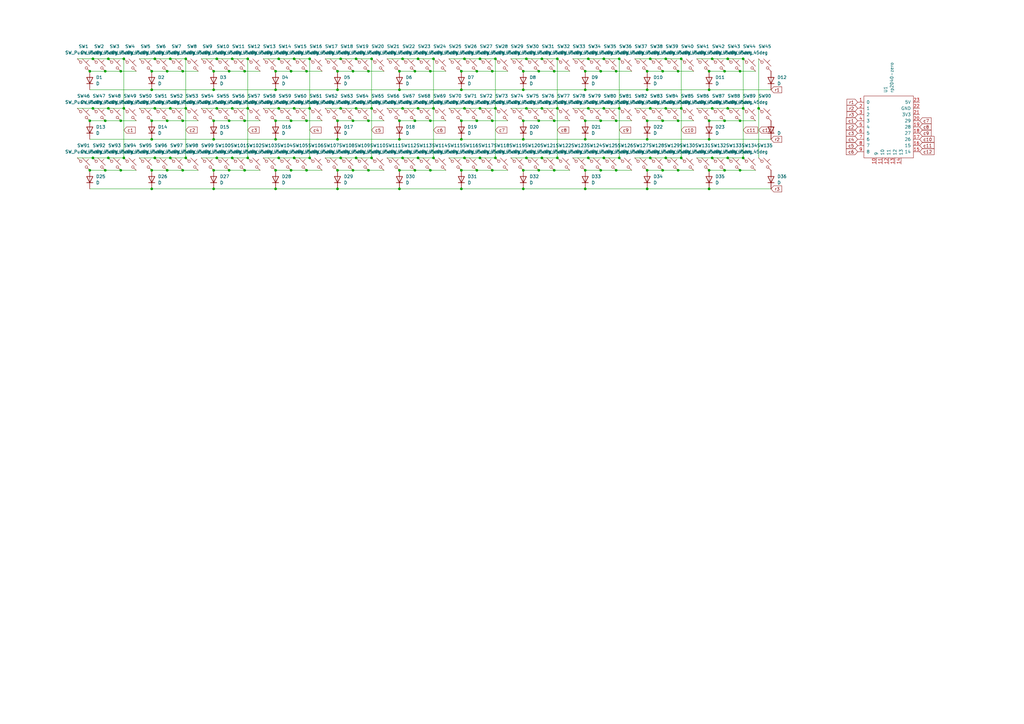
<source format=kicad_sch>
(kicad_sch (version 20230121) (generator eeschema)
  (paper "A3")
  (junction (at 62.23 57.15))
  (junction (at 101.6 24.13))
  (junction (at 266.7 64.77))
  (junction (at 113.03 69.85))
  (junction (at 163.83 77.47))
  (junction (at 227.33 49.53))
  (junction (at 152.4 44.45))
  (junction (at 163.83 29.21))
  (junction (at 62.23 77.47))
  (junction (at 62.23 36.83))
  (junction (at 101.6 44.45))
  (junction (at 203.2 64.77))
  (junction (at 170.18 29.21))
  (junction (at 303.53 69.85))
  (junction (at 63.5 44.45))
  (junction (at 36.83 69.85))
  (junction (at 151.13 69.85))
  (junction (at 290.83 36.83))
  (junction (at 304.8 44.45))
  (junction (at 113.03 57.15))
  (junction (at 76.2 24.13))
  (junction (at 95.25 24.13))
  (junction (at 127 64.77))
  (junction (at 297.18 29.21))
  (junction (at 273.05 64.77))
  (junction (at 151.13 49.53))
  (junction (at 120.65 64.77))
  (junction (at 120.65 24.13))
  (junction (at 69.85 44.45))
  (junction (at 220.98 29.21))
  (junction (at 266.7 24.13))
  (junction (at 163.83 36.83))
  (junction (at 113.03 29.21))
  (junction (at 49.53 69.85))
  (junction (at 240.03 57.15))
  (junction (at 165.1 44.45))
  (junction (at 254 24.13))
  (junction (at 252.73 29.21))
  (junction (at 62.23 49.53))
  (junction (at 252.73 69.85))
  (junction (at 69.85 64.77))
  (junction (at 227.33 69.85))
  (junction (at 247.65 44.45))
  (junction (at 240.03 29.21))
  (junction (at 50.8 24.13))
  (junction (at 215.9 64.77))
  (junction (at 303.53 29.21))
  (junction (at 273.05 24.13))
  (junction (at 138.43 57.15))
  (junction (at 266.7 44.45))
  (junction (at 152.4 24.13))
  (junction (at 279.4 64.77))
  (junction (at 50.8 44.45))
  (junction (at 196.85 24.13))
  (junction (at 247.65 64.77))
  (junction (at 163.83 69.85))
  (junction (at 43.18 29.21))
  (junction (at 240.03 49.53))
  (junction (at 290.83 57.15))
  (junction (at 227.33 29.21))
  (junction (at 189.23 36.83))
  (junction (at 214.63 77.47))
  (junction (at 201.93 29.21))
  (junction (at 228.6 24.13))
  (junction (at 176.53 69.85))
  (junction (at 265.43 69.85))
  (junction (at 241.3 44.45))
  (junction (at 189.23 77.47))
  (junction (at 146.05 64.77))
  (junction (at 311.15 44.45))
  (junction (at 88.9 24.13))
  (junction (at 297.18 69.85))
  (junction (at 201.93 49.53))
  (junction (at 125.73 49.53))
  (junction (at 125.73 29.21))
  (junction (at 271.78 29.21))
  (junction (at 88.9 64.77))
  (junction (at 62.23 29.21))
  (junction (at 74.93 69.85))
  (junction (at 138.43 36.83))
  (junction (at 278.13 49.53))
  (junction (at 214.63 57.15))
  (junction (at 68.58 69.85))
  (junction (at 189.23 29.21))
  (junction (at 120.65 44.45))
  (junction (at 38.1 24.13))
  (junction (at 146.05 24.13))
  (junction (at 165.1 24.13))
  (junction (at 214.63 29.21))
  (junction (at 292.1 64.77))
  (junction (at 87.63 69.85))
  (junction (at 144.78 29.21))
  (junction (at 138.43 49.53))
  (junction (at 93.98 29.21))
  (junction (at 74.93 49.53))
  (junction (at 100.33 49.53))
  (junction (at 113.03 49.53))
  (junction (at 278.13 69.85))
  (junction (at 163.83 57.15))
  (junction (at 93.98 49.53))
  (junction (at 195.58 29.21))
  (junction (at 298.45 64.77))
  (junction (at 190.5 44.45))
  (junction (at 138.43 69.85))
  (junction (at 220.98 49.53))
  (junction (at 247.65 24.13))
  (junction (at 189.23 49.53))
  (junction (at 76.2 64.77))
  (junction (at 279.4 44.45))
  (junction (at 222.25 44.45))
  (junction (at 139.7 64.77))
  (junction (at 290.83 69.85))
  (junction (at 44.45 64.77))
  (junction (at 241.3 24.13))
  (junction (at 127 44.45))
  (junction (at 252.73 49.53))
  (junction (at 189.23 69.85))
  (junction (at 240.03 77.47))
  (junction (at 246.38 49.53))
  (junction (at 100.33 29.21))
  (junction (at 190.5 64.77))
  (junction (at 146.05 44.45))
  (junction (at 127 24.13))
  (junction (at 76.2 44.45))
  (junction (at 177.8 64.77))
  (junction (at 101.6 64.77))
  (junction (at 87.63 29.21))
  (junction (at 214.63 49.53))
  (junction (at 228.6 64.77))
  (junction (at 95.25 44.45))
  (junction (at 240.03 69.85))
  (junction (at 36.83 29.21))
  (junction (at 176.53 29.21))
  (junction (at 100.33 69.85))
  (junction (at 138.43 29.21))
  (junction (at 50.8 64.77))
  (junction (at 114.3 44.45))
  (junction (at 303.53 49.53))
  (junction (at 139.7 44.45))
  (junction (at 151.13 29.21))
  (junction (at 87.63 49.53))
  (junction (at 222.25 24.13))
  (junction (at 240.03 36.83))
  (junction (at 165.1 64.77))
  (junction (at 304.8 64.77))
  (junction (at 203.2 44.45))
  (junction (at 279.4 24.13))
  (junction (at 254 64.77))
  (junction (at 119.38 69.85))
  (junction (at 290.83 77.47))
  (junction (at 189.23 57.15))
  (junction (at 304.8 24.13))
  (junction (at 63.5 64.77))
  (junction (at 265.43 77.47))
  (junction (at 196.85 44.45))
  (junction (at 87.63 77.47))
  (junction (at 138.43 77.47))
  (junction (at 68.58 29.21))
  (junction (at 144.78 69.85))
  (junction (at 228.6 44.45))
  (junction (at 190.5 24.13))
  (junction (at 38.1 64.77))
  (junction (at 271.78 49.53))
  (junction (at 49.53 29.21))
  (junction (at 144.78 49.53))
  (junction (at 298.45 24.13))
  (junction (at 119.38 29.21))
  (junction (at 222.25 64.77))
  (junction (at 114.3 24.13))
  (junction (at 195.58 49.53))
  (junction (at 38.1 44.45))
  (junction (at 290.83 29.21))
  (junction (at 163.83 49.53))
  (junction (at 93.98 69.85))
  (junction (at 44.45 24.13))
  (junction (at 265.43 49.53))
  (junction (at 125.73 69.85))
  (junction (at 43.18 69.85))
  (junction (at 273.05 44.45))
  (junction (at 271.78 69.85))
  (junction (at 63.5 24.13))
  (junction (at 95.25 64.77))
  (junction (at 170.18 49.53))
  (junction (at 44.45 44.45))
  (junction (at 297.18 49.53))
  (junction (at 74.93 29.21))
  (junction (at 62.23 69.85))
  (junction (at 177.8 24.13))
  (junction (at 254 44.45))
  (junction (at 292.1 44.45))
  (junction (at 113.03 77.47))
  (junction (at 201.93 69.85))
  (junction (at 113.03 36.83))
  (junction (at 203.2 24.13))
  (junction (at 265.43 57.15))
  (junction (at 246.38 69.85))
  (junction (at 215.9 24.13))
  (junction (at 215.9 44.45))
  (junction (at 177.8 44.45))
  (junction (at 171.45 24.13))
  (junction (at 220.98 69.85))
  (junction (at 195.58 69.85))
  (junction (at 298.45 44.45))
  (junction (at 170.18 69.85))
  (junction (at 241.3 64.77))
  (junction (at 87.63 57.15))
  (junction (at 36.83 49.53))
  (junction (at 114.3 64.77))
  (junction (at 292.1 24.13))
  (junction (at 43.18 49.53))
  (junction (at 139.7 24.13))
  (junction (at 214.63 36.83))
  (junction (at 196.85 64.77))
  (junction (at 152.4 64.77))
  (junction (at 290.83 49.53))
  (junction (at 278.13 29.21))
  (junction (at 87.63 36.83))
  (junction (at 171.45 44.45))
  (junction (at 265.43 29.21))
  (junction (at 88.9 44.45))
  (junction (at 246.38 29.21))
  (junction (at 49.53 49.53))
  (junction (at 69.85 24.13))
  (junction (at 265.43 36.83))
  (junction (at 171.45 64.77))
  (junction (at 68.58 49.53))
  (junction (at 119.38 49.53))
  (junction (at 214.63 69.85))
  (junction (at 176.53 49.53))
  (wire (pts (xy 214.63 29.21) (xy 220.98 29.21)))
  (wire (pts (xy 241.3 24.13) (xy 247.65 24.13)))
  (wire (pts (xy 163.83 29.21) (xy 170.18 29.21)))
  (wire (pts (xy 114.3 64.77) (xy 120.65 64.77)))
  (wire (pts (xy 189.23 77.47) (xy 214.63 77.47)))
  (wire (pts (xy 311.15 24.13) (xy 311.15 44.45)))
  (wire (pts (xy 43.18 49.53) (xy 49.53 49.53)))
  (wire (pts (xy 303.53 49.53) (xy 309.88 49.53)))
  (wire (pts (xy 265.43 36.83) (xy 290.83 36.83)))
  (wire (pts (xy 100.33 49.53) (xy 106.68 49.53)))
  (wire (pts (xy 127 24.13) (xy 127 44.45)))
  (wire (pts (xy 228.6 44.45) (xy 228.6 64.77)))
  (wire (pts (xy 273.05 24.13) (xy 279.4 24.13)))
  (wire (pts (xy 222.25 24.13) (xy 228.6 24.13)))
  (wire (pts (xy 139.7 64.77) (xy 146.05 64.77)))
  (wire (pts (xy 93.98 49.53) (xy 100.33 49.53)))
  (wire (pts (xy 93.98 29.21) (xy 100.33 29.21)))
  (wire (pts (xy 222.25 64.77) (xy 228.6 64.77)))
  (wire (pts (xy 311.15 44.45) (xy 311.15 64.77)))
  (wire (pts (xy 49.53 29.21) (xy 55.88 29.21)))
  (wire (pts (xy 222.25 44.45) (xy 228.6 44.45)))
  (wire (pts (xy 43.18 69.85) (xy 49.53 69.85)))
  (wire (pts (xy 138.43 49.53) (xy 144.78 49.53)))
  (wire (pts (xy 260.35 44.45) (xy 266.7 44.45)))
  (wire (pts (xy 246.38 29.21) (xy 252.73 29.21)))
  (wire (pts (xy 190.5 24.13) (xy 196.85 24.13)))
  (wire (pts (xy 152.4 44.45) (xy 152.4 64.77)))
  (wire (pts (xy 252.73 29.21) (xy 259.08 29.21)))
  (wire (pts (xy 88.9 24.13) (xy 95.25 24.13)))
  (wire (pts (xy 62.23 69.85) (xy 68.58 69.85)))
  (wire (pts (xy 125.73 49.53) (xy 132.08 49.53)))
  (wire (pts (xy 63.5 64.77) (xy 69.85 64.77)))
  (wire (pts (xy 87.63 29.21) (xy 93.98 29.21)))
  (wire (pts (xy 151.13 69.85) (xy 157.48 69.85)))
  (wire (pts (xy 151.13 49.53) (xy 157.48 49.53)))
  (wire (pts (xy 260.35 24.13) (xy 266.7 24.13)))
  (wire (pts (xy 101.6 24.13) (xy 101.6 44.45)))
  (wire (pts (xy 209.55 44.45) (xy 215.9 44.45)))
  (wire (pts (xy 170.18 69.85) (xy 176.53 69.85)))
  (wire (pts (xy 271.78 69.85) (xy 278.13 69.85)))
  (wire (pts (xy 100.33 69.85) (xy 106.68 69.85)))
  (wire (pts (xy 146.05 44.45) (xy 152.4 44.45)))
  (wire (pts (xy 279.4 44.45) (xy 279.4 64.77)))
  (wire (pts (xy 303.53 29.21) (xy 309.88 29.21)))
  (wire (pts (xy 146.05 24.13) (xy 152.4 24.13)))
  (wire (pts (xy 297.18 29.21) (xy 303.53 29.21)))
  (wire (pts (xy 95.25 44.45) (xy 101.6 44.45)))
  (wire (pts (xy 203.2 44.45) (xy 203.2 64.77)))
  (wire (pts (xy 290.83 36.83) (xy 316.23 36.83)))
  (wire (pts (xy 228.6 24.13) (xy 228.6 44.45)))
  (wire (pts (xy 163.83 49.53) (xy 170.18 49.53)))
  (wire (pts (xy 184.15 64.77) (xy 190.5 64.77)))
  (wire (pts (xy 158.75 24.13) (xy 165.1 24.13)))
  (wire (pts (xy 62.23 49.53) (xy 68.58 49.53)))
  (wire (pts (xy 163.83 77.47) (xy 189.23 77.47)))
  (wire (pts (xy 279.4 24.13) (xy 279.4 44.45)))
  (wire (pts (xy 88.9 44.45) (xy 95.25 44.45)))
  (wire (pts (xy 138.43 69.85) (xy 144.78 69.85)))
  (wire (pts (xy 290.83 29.21) (xy 297.18 29.21)))
  (wire (pts (xy 95.25 64.77) (xy 101.6 64.77)))
  (wire (pts (xy 49.53 69.85) (xy 55.88 69.85)))
  (wire (pts (xy 31.75 44.45) (xy 38.1 44.45)))
  (wire (pts (xy 87.63 69.85) (xy 93.98 69.85)))
  (wire (pts (xy 125.73 69.85) (xy 132.08 69.85)))
  (wire (pts (xy 234.95 44.45) (xy 241.3 44.45)))
  (wire (pts (xy 189.23 49.53) (xy 195.58 49.53)))
  (wire (pts (xy 165.1 24.13) (xy 171.45 24.13)))
  (wire (pts (xy 38.1 44.45) (xy 44.45 44.45)))
  (wire (pts (xy 297.18 69.85) (xy 303.53 69.85)))
  (wire (pts (xy 144.78 49.53) (xy 151.13 49.53)))
  (wire (pts (xy 171.45 24.13) (xy 177.8 24.13)))
  (wire (pts (xy 195.58 29.21) (xy 201.93 29.21)))
  (wire (pts (xy 254 44.45) (xy 254 64.77)))
  (wire (pts (xy 36.83 57.15) (xy 62.23 57.15)))
  (wire (pts (xy 292.1 44.45) (xy 298.45 44.45)))
  (wire (pts (xy 234.95 24.13) (xy 241.3 24.13)))
  (wire (pts (xy 82.55 44.45) (xy 88.9 44.45)))
  (wire (pts (xy 271.78 29.21) (xy 278.13 29.21)))
  (wire (pts (xy 170.18 49.53) (xy 176.53 49.53)))
  (wire (pts (xy 138.43 29.21) (xy 144.78 29.21)))
  (wire (pts (xy 152.4 24.13) (xy 152.4 44.45)))
  (wire (pts (xy 125.73 29.21) (xy 132.08 29.21)))
  (wire (pts (xy 114.3 24.13) (xy 120.65 24.13)))
  (wire (pts (xy 303.53 69.85) (xy 309.88 69.85)))
  (wire (pts (xy 87.63 36.83) (xy 113.03 36.83)))
  (wire (pts (xy 119.38 49.53) (xy 125.73 49.53)))
  (wire (pts (xy 240.03 29.21) (xy 246.38 29.21)))
  (wire (pts (xy 101.6 44.45) (xy 101.6 64.77)))
  (wire (pts (xy 189.23 69.85) (xy 195.58 69.85)))
  (wire (pts (xy 176.53 29.21) (xy 182.88 29.21)))
  (wire (pts (xy 292.1 64.77) (xy 298.45 64.77)))
  (wire (pts (xy 189.23 57.15) (xy 214.63 57.15)))
  (wire (pts (xy 214.63 49.53) (xy 220.98 49.53)))
  (wire (pts (xy 214.63 57.15) (xy 240.03 57.15)))
  (wire (pts (xy 36.83 29.21) (xy 43.18 29.21)))
  (wire (pts (xy 120.65 44.45) (xy 127 44.45)))
  (wire (pts (xy 163.83 57.15) (xy 189.23 57.15)))
  (wire (pts (xy 298.45 64.77) (xy 304.8 64.77)))
  (wire (pts (xy 119.38 29.21) (xy 125.73 29.21)))
  (wire (pts (xy 138.43 57.15) (xy 163.83 57.15)))
  (wire (pts (xy 214.63 69.85) (xy 220.98 69.85)))
  (wire (pts (xy 74.93 29.21) (xy 81.28 29.21)))
  (wire (pts (xy 82.55 64.77) (xy 88.9 64.77)))
  (wire (pts (xy 68.58 69.85) (xy 74.93 69.85)))
  (wire (pts (xy 31.75 24.13) (xy 38.1 24.13)))
  (wire (pts (xy 196.85 64.77) (xy 203.2 64.77)))
  (wire (pts (xy 44.45 64.77) (xy 50.8 64.77)))
  (wire (pts (xy 49.53 49.53) (xy 55.88 49.53)))
  (wire (pts (xy 278.13 29.21) (xy 284.48 29.21)))
  (wire (pts (xy 88.9 64.77) (xy 95.25 64.77)))
  (wire (pts (xy 247.65 64.77) (xy 254 64.77)))
  (wire (pts (xy 144.78 29.21) (xy 151.13 29.21)))
  (wire (pts (xy 133.35 64.77) (xy 139.7 64.77)))
  (wire (pts (xy 107.95 44.45) (xy 114.3 44.45)))
  (wire (pts (xy 113.03 29.21) (xy 119.38 29.21)))
  (wire (pts (xy 298.45 24.13) (xy 304.8 24.13)))
  (wire (pts (xy 201.93 29.21) (xy 208.28 29.21)))
  (wire (pts (xy 50.8 24.13) (xy 50.8 44.45)))
  (wire (pts (xy 57.15 44.45) (xy 63.5 44.45)))
  (wire (pts (xy 220.98 49.53) (xy 227.33 49.53)))
  (wire (pts (xy 165.1 44.45) (xy 171.45 44.45)))
  (wire (pts (xy 246.38 49.53) (xy 252.73 49.53)))
  (wire (pts (xy 240.03 36.83) (xy 265.43 36.83)))
  (wire (pts (xy 195.58 49.53) (xy 201.93 49.53)))
  (wire (pts (xy 247.65 24.13) (xy 254 24.13)))
  (wire (pts (xy 195.58 69.85) (xy 201.93 69.85)))
  (wire (pts (xy 38.1 24.13) (xy 44.45 24.13)))
  (wire (pts (xy 184.15 44.45) (xy 190.5 44.45)))
  (wire (pts (xy 290.83 49.53) (xy 297.18 49.53)))
  (wire (pts (xy 215.9 44.45) (xy 222.25 44.45)))
  (wire (pts (xy 113.03 57.15) (xy 138.43 57.15)))
  (wire (pts (xy 50.8 44.45) (xy 50.8 64.77)))
  (wire (pts (xy 214.63 36.83) (xy 240.03 36.83)))
  (wire (pts (xy 146.05 64.77) (xy 152.4 64.77)))
  (wire (pts (xy 176.53 69.85) (xy 182.88 69.85)))
  (wire (pts (xy 36.83 69.85) (xy 43.18 69.85)))
  (wire (pts (xy 133.35 24.13) (xy 139.7 24.13)))
  (wire (pts (xy 285.75 64.77) (xy 292.1 64.77)))
  (wire (pts (xy 278.13 49.53) (xy 284.48 49.53)))
  (wire (pts (xy 290.83 69.85) (xy 297.18 69.85)))
  (wire (pts (xy 68.58 49.53) (xy 74.93 49.53)))
  (wire (pts (xy 297.18 49.53) (xy 303.53 49.53)))
  (wire (pts (xy 144.78 69.85) (xy 151.13 69.85)))
  (wire (pts (xy 57.15 24.13) (xy 63.5 24.13)))
  (wire (pts (xy 36.83 77.47) (xy 62.23 77.47)))
  (wire (pts (xy 260.35 64.77) (xy 266.7 64.77)))
  (wire (pts (xy 189.23 36.83) (xy 214.63 36.83)))
  (wire (pts (xy 62.23 29.21) (xy 68.58 29.21)))
  (wire (pts (xy 203.2 24.13) (xy 203.2 44.45)))
  (wire (pts (xy 304.8 44.45) (xy 304.8 64.77)))
  (wire (pts (xy 114.3 44.45) (xy 120.65 44.45)))
  (wire (pts (xy 265.43 57.15) (xy 290.83 57.15)))
  (wire (pts (xy 196.85 24.13) (xy 203.2 24.13)))
  (wire (pts (xy 63.5 44.45) (xy 69.85 44.45)))
  (wire (pts (xy 69.85 24.13) (xy 76.2 24.13)))
  (wire (pts (xy 69.85 64.77) (xy 76.2 64.77)))
  (wire (pts (xy 170.18 29.21) (xy 176.53 29.21)))
  (wire (pts (xy 57.15 64.77) (xy 63.5 64.77)))
  (wire (pts (xy 87.63 49.53) (xy 93.98 49.53)))
  (wire (pts (xy 87.63 57.15) (xy 113.03 57.15)))
  (wire (pts (xy 227.33 49.53) (xy 233.68 49.53)))
  (wire (pts (xy 100.33 29.21) (xy 106.68 29.21)))
  (wire (pts (xy 246.38 69.85) (xy 252.73 69.85)))
  (wire (pts (xy 44.45 24.13) (xy 50.8 24.13)))
  (wire (pts (xy 176.53 49.53) (xy 182.88 49.53)))
  (wire (pts (xy 165.1 64.77) (xy 171.45 64.77)))
  (wire (pts (xy 74.93 49.53) (xy 81.28 49.53)))
  (wire (pts (xy 62.23 77.47) (xy 87.63 77.47)))
  (wire (pts (xy 151.13 29.21) (xy 157.48 29.21)))
  (wire (pts (xy 240.03 77.47) (xy 265.43 77.47)))
  (wire (pts (xy 82.55 24.13) (xy 88.9 24.13)))
  (wire (pts (xy 247.65 44.45) (xy 254 44.45)))
  (wire (pts (xy 158.75 64.77) (xy 165.1 64.77)))
  (wire (pts (xy 252.73 69.85) (xy 259.08 69.85)))
  (wire (pts (xy 133.35 44.45) (xy 139.7 44.45)))
  (wire (pts (xy 87.63 77.47) (xy 113.03 77.47)))
  (wire (pts (xy 298.45 44.45) (xy 304.8 44.45)))
  (wire (pts (xy 209.55 24.13) (xy 215.9 24.13)))
  (wire (pts (xy 266.7 44.45) (xy 273.05 44.45)))
  (wire (pts (xy 69.85 44.45) (xy 76.2 44.45)))
  (wire (pts (xy 215.9 24.13) (xy 222.25 24.13)))
  (wire (pts (xy 76.2 24.13) (xy 76.2 44.45)))
  (wire (pts (xy 120.65 24.13) (xy 127 24.13)))
  (wire (pts (xy 177.8 24.13) (xy 177.8 44.45)))
  (wire (pts (xy 95.25 24.13) (xy 101.6 24.13)))
  (wire (pts (xy 234.95 64.77) (xy 241.3 64.77)))
  (wire (pts (xy 62.23 36.83) (xy 87.63 36.83)))
  (wire (pts (xy 265.43 69.85) (xy 271.78 69.85)))
  (wire (pts (xy 36.83 36.83) (xy 62.23 36.83)))
  (wire (pts (xy 163.83 69.85) (xy 170.18 69.85)))
  (wire (pts (xy 240.03 57.15) (xy 265.43 57.15)))
  (wire (pts (xy 271.78 49.53) (xy 278.13 49.53)))
  (wire (pts (xy 273.05 44.45) (xy 279.4 44.45)))
  (wire (pts (xy 184.15 24.13) (xy 190.5 24.13)))
  (wire (pts (xy 171.45 64.77) (xy 177.8 64.77)))
  (wire (pts (xy 127 44.45) (xy 127 64.77)))
  (wire (pts (xy 139.7 24.13) (xy 146.05 24.13)))
  (wire (pts (xy 38.1 64.77) (xy 44.45 64.77)))
  (wire (pts (xy 227.33 29.21) (xy 233.68 29.21)))
  (wire (pts (xy 214.63 77.47) (xy 240.03 77.47)))
  (wire (pts (xy 201.93 49.53) (xy 208.28 49.53)))
  (wire (pts (xy 120.65 64.77) (xy 127 64.77)))
  (wire (pts (xy 285.75 44.45) (xy 292.1 44.45)))
  (wire (pts (xy 44.45 44.45) (xy 50.8 44.45)))
  (wire (pts (xy 76.2 44.45) (xy 76.2 64.77)))
  (wire (pts (xy 265.43 77.47) (xy 290.83 77.47)))
  (wire (pts (xy 240.03 49.53) (xy 246.38 49.53)))
  (wire (pts (xy 220.98 29.21) (xy 227.33 29.21)))
  (wire (pts (xy 241.3 64.77) (xy 247.65 64.77)))
  (wire (pts (xy 265.43 49.53) (xy 271.78 49.53)))
  (wire (pts (xy 68.58 29.21) (xy 74.93 29.21)))
  (wire (pts (xy 31.75 64.77) (xy 38.1 64.77)))
  (wire (pts (xy 290.83 57.15) (xy 316.23 57.15)))
  (wire (pts (xy 190.5 64.77) (xy 196.85 64.77)))
  (wire (pts (xy 158.75 44.45) (xy 165.1 44.45)))
  (wire (pts (xy 113.03 77.47) (xy 138.43 77.47)))
  (wire (pts (xy 220.98 69.85) (xy 227.33 69.85)))
  (wire (pts (xy 139.7 44.45) (xy 146.05 44.45)))
  (wire (pts (xy 36.83 49.53) (xy 43.18 49.53)))
  (wire (pts (xy 266.7 24.13) (xy 273.05 24.13)))
  (wire (pts (xy 43.18 29.21) (xy 49.53 29.21)))
  (wire (pts (xy 138.43 36.83) (xy 163.83 36.83)))
  (wire (pts (xy 113.03 36.83) (xy 138.43 36.83)))
  (wire (pts (xy 266.7 64.77) (xy 273.05 64.77)))
  (wire (pts (xy 292.1 24.13) (xy 298.45 24.13)))
  (wire (pts (xy 254 24.13) (xy 254 44.45)))
  (wire (pts (xy 113.03 49.53) (xy 119.38 49.53)))
  (wire (pts (xy 265.43 29.21) (xy 271.78 29.21)))
  (wire (pts (xy 93.98 69.85) (xy 100.33 69.85)))
  (wire (pts (xy 62.23 57.15) (xy 87.63 57.15)))
  (wire (pts (xy 201.93 69.85) (xy 208.28 69.85)))
  (wire (pts (xy 177.8 44.45) (xy 177.8 64.77)))
  (wire (pts (xy 285.75 24.13) (xy 292.1 24.13)))
  (wire (pts (xy 227.33 69.85) (xy 233.68 69.85)))
  (wire (pts (xy 304.8 24.13) (xy 304.8 44.45)))
  (wire (pts (xy 240.03 69.85) (xy 246.38 69.85)))
  (wire (pts (xy 273.05 64.77) (xy 279.4 64.77)))
  (wire (pts (xy 113.03 69.85) (xy 119.38 69.85)))
  (wire (pts (xy 215.9 64.77) (xy 222.25 64.77)))
  (wire (pts (xy 107.95 24.13) (xy 114.3 24.13)))
  (wire (pts (xy 138.43 77.47) (xy 163.83 77.47)))
  (wire (pts (xy 163.83 36.83) (xy 189.23 36.83)))
  (wire (pts (xy 107.95 64.77) (xy 114.3 64.77)))
  (wire (pts (xy 252.73 49.53) (xy 259.08 49.53)))
  (wire (pts (xy 190.5 44.45) (xy 196.85 44.45)))
  (wire (pts (xy 63.5 24.13) (xy 69.85 24.13)))
  (wire (pts (xy 119.38 69.85) (xy 125.73 69.85)))
  (wire (pts (xy 171.45 44.45) (xy 177.8 44.45)))
  (wire (pts (xy 196.85 44.45) (xy 203.2 44.45)))
  (wire (pts (xy 189.23 29.21) (xy 195.58 29.21)))
  (wire (pts (xy 209.55 64.77) (xy 215.9 64.77)))
  (wire (pts (xy 241.3 44.45) (xy 247.65 44.45)))
  (wire (pts (xy 74.93 69.85) (xy 81.28 69.85)))
  (wire (pts (xy 278.13 69.85) (xy 284.48 69.85)))
  (wire (pts (xy 290.83 77.47) (xy 316.23 77.47)))
  (global_label "c7" (shape input) (at 203.2 53.34 0) (property "Intersheetrefs" "${INTERSHEET_REFS}" (effects hide)))
  (global_label "r3" (shape input) (at 316.23 77.47 0) (property "Intersheetrefs" "${INTERSHEET_REFS}" (effects hide)))
  (global_label "c8" (shape input) (at 228.6 53.34 0) (property "Intersheetrefs" "${INTERSHEET_REFS}" (effects hide)))
  (global_label "r3" (shape input) (at 351.79 46.99 180) (property "Intersheetrefs" "${INTERSHEET_REFS}" (effects hide)))
  (global_label "c12" (shape input) (at 311.15 53.34 0) (property "Intersheetrefs" "${INTERSHEET_REFS}" (effects hide)))
  (global_label "r2" (shape input) (at 351.79 44.45 180) (property "Intersheetrefs" "${INTERSHEET_REFS}" (effects hide)))
  (global_label "c2" (shape input) (at 351.79 52.07 180) (property "Intersheetrefs" "${INTERSHEET_REFS}" (effects hide)))
  (global_label "c7" (shape input) (at 377.19 49.53 0) (property "Intersheetrefs" "${INTERSHEET_REFS}" (effects hide)))
  (global_label "c3" (shape input) (at 101.6 53.34 0) (property "Intersheetrefs" "${INTERSHEET_REFS}" (effects hide)))
  (global_label "c9" (shape input) (at 377.19 54.61 0) (property "Intersheetrefs" "${INTERSHEET_REFS}" (effects hide)))
  (global_label "c6" (shape input) (at 177.8 53.34 0) (property "Intersheetrefs" "${INTERSHEET_REFS}" (effects hide)))
  (global_label "r1" (shape input) (at 316.23 36.83 0) (property "Intersheetrefs" "${INTERSHEET_REFS}" (effects hide)))
  (global_label "c11" (shape input) (at 377.19 59.69 0) (property "Intersheetrefs" "${INTERSHEET_REFS}" (effects hide)))
  (global_label "c4" (shape input) (at 351.79 57.15 180) (property "Intersheetrefs" "${INTERSHEET_REFS}" (effects hide)))
  (global_label "c10" (shape input) (at 377.19 57.15 0) (property "Intersheetrefs" "${INTERSHEET_REFS}" (effects hide)))
  (global_label "r2" (shape input) (at 316.23 57.15 0) (property "Intersheetrefs" "${INTERSHEET_REFS}" (effects hide)))
  (global_label "c8" (shape input) (at 377.19 52.07 0) (property "Intersheetrefs" "${INTERSHEET_REFS}" (effects hide)))
  (global_label "c5" (shape input) (at 152.4 53.34 0) (property "Intersheetrefs" "${INTERSHEET_REFS}" (effects hide)))
  (global_label "c10" (shape input) (at 279.4 53.34 0) (property "Intersheetrefs" "${INTERSHEET_REFS}" (effects hide)))
  (global_label "c1" (shape input) (at 50.8 53.34 0) (property "Intersheetrefs" "${INTERSHEET_REFS}" (effects hide)))
  (global_label "c4" (shape input) (at 127 53.34 0) (property "Intersheetrefs" "${INTERSHEET_REFS}" (effects hide)))
  (global_label "c6" (shape input) (at 351.79 62.23 180) (property "Intersheetrefs" "${INTERSHEET_REFS}" (effects hide)))
  (global_label "c11" (shape input) (at 304.8 53.34 0) (property "Intersheetrefs" "${INTERSHEET_REFS}" (effects hide)))
  (global_label "r1" (shape input) (at 351.79 41.91 180) (property "Intersheetrefs" "${INTERSHEET_REFS}" (effects hide)))
  (global_label "c1" (shape input) (at 351.79 49.53 180) (property "Intersheetrefs" "${INTERSHEET_REFS}" (effects hide)))
  (global_label "c3" (shape input) (at 351.79 54.61 180) (property "Intersheetrefs" "${INTERSHEET_REFS}" (effects hide)))
  (global_label "c2" (shape input) (at 76.2 53.34 0) (property "Intersheetrefs" "${INTERSHEET_REFS}" (effects hide)))
  (global_label "c5" (shape input) (at 351.79 59.69 180) (property "Intersheetrefs" "${INTERSHEET_REFS}" (effects hide)))
  (global_label "c9" (shape input) (at 254 53.34 0) (property "Intersheetrefs" "${INTERSHEET_REFS}" (effects hide)))
  (global_label "c12" (shape input) (at 377.19 62.23 0) (property "Intersheetrefs" "${INTERSHEET_REFS}" (effects hide)))
  (symbol (lib_id "Switch:SW_Push_45deg") (at 186.69 67.31 0) (unit 1)
    (property "Reference" "SW115" (at 186.69 59.69 0))
    (property "Value" "SW_Push_45deg" (at 186.69 62.23 0))
    (property "Footprint" "custom:MX_1U_noSilk" (effects hide))
  )
  (symbol (lib_id "Switch:SW_Push_45deg") (at 116.84 67.31 0) (unit 1)
    (property "Reference" "SW104" (at 116.84 59.69 0))
    (property "Value" "SW_Push_45deg" (at 116.84 62.23 0))
    (property "Footprint" "custom:MX_1U_noSilk" (effects hide))
  )
  (symbol (lib_id "Switch:SW_Push_45deg") (at 269.24 67.31 0) (unit 1)
    (property "Reference" "SW128" (at 269.24 59.69 0))
    (property "Value" "SW_Push_45deg" (at 269.24 62.23 0))
    (property "Footprint" "custom:MX_1U_noSilk" (effects hide))
  )
  (symbol (lib_id "Switch:SW_Push_45deg") (at 205.74 26.67 0) (unit 1)
    (property "Reference" "SW28" (at 205.74 19.05 0))
    (property "Value" "SW_Push_45deg" (at 205.74 21.59 0))
    (property "Footprint" "custom:MX_1U_noSilk" (effects hide))
  )
  (symbol (lib_id "Switch:SW_Push_45deg") (at 256.54 67.31 0) (unit 1)
    (property "Reference" "SW126" (at 256.54 59.69 0))
    (property "Value" "SW_Push_45deg" (at 256.54 62.23 0))
    (property "Footprint" "custom:MX_1U_noSilk" (effects hide))
  )
  (symbol (lib_id "Switch:SW_Push_45deg") (at 313.69 46.99 0) (unit 1)
    (property "Reference" "SW90" (at 313.69 39.37 0))
    (property "Value" "SW_Push_45deg" (effects hide))
    (property "Footprint" "custom:MX_1U_noSilk" (effects hide))
  )
  (symbol (lib_id "Device:D") (at 240.03 73.66 90) (unit 1)
    (property "Reference" "D33" (at 242.57 72.39 90) (effects (justify right)))
    (property "Value" "D" (at 242.57 74.93 90) (effects (justify right)))
    (property "Footprint" "Diode_SMD:D_SOD-123" (effects hide))
    (property "Sim.Device" "D" (effects hide))
    (property "Sim.Pins" "1=K 2=A" (effects hide))
  )
  (symbol (lib_id "Switch:SW_Push_45deg") (at 53.34 26.67 0) (unit 1)
    (property "Reference" "SW4" (at 53.34 19.05 0))
    (property "Value" "SW_Push_45deg" (at 53.34 21.59 0))
    (property "Footprint" "custom:MX_1U_noSilk" (effects hide))
  )
  (symbol (lib_id "Switch:SW_Push_45deg") (at 167.64 46.99 0) (unit 1)
    (property "Reference" "SW67" (at 167.64 39.37 0))
    (property "Value" "SW_Push_45deg" (at 167.64 41.91 0))
    (property "Footprint" "custom:MX_1U_noSilk" (effects hide))
  )
  (symbol (lib_id "Switch:SW_Push_45deg") (at 173.99 26.67 0) (unit 1)
    (property "Reference" "SW23" (at 173.99 19.05 0))
    (property "Value" "SW_Push_45deg" (at 173.99 21.59 0))
    (property "Footprint" "custom:MX_1U_noSilk" (effects hide))
  )
  (symbol (lib_id "Switch:SW_Push_45deg") (at 40.64 67.31 0) (unit 1)
    (property "Reference" "SW92" (at 40.64 59.69 0))
    (property "Value" "SW_Push_45deg" (at 40.64 62.23 0))
    (property "Footprint" "custom:MX_1U_noSilk" (effects hide))
  )
  (symbol (lib_id "Switch:SW_Push_45deg") (at 288.29 26.67 0) (unit 1)
    (property "Reference" "SW41" (at 288.29 19.05 0))
    (property "Value" "SW_Push_45deg" (at 288.29 21.59 0))
    (property "Footprint" "custom:MX_1U_noSilk" (effects hide))
  )
  (symbol (lib_id "Switch:SW_Push_45deg") (at 243.84 26.67 0) (unit 1)
    (property "Reference" "SW34" (at 243.84 19.05 0))
    (property "Value" "SW_Push_45deg" (at 243.84 21.59 0))
    (property "Footprint" "custom:MX_1U_noSilk" (effects hide))
  )
  (symbol (lib_id "Switch:SW_Push_45deg") (at 116.84 26.67 0) (unit 1)
    (property "Reference" "SW14" (at 116.84 19.05 0))
    (property "Value" "SW_Push_45deg" (at 116.84 21.59 0))
    (property "Footprint" "custom:MX_1U_noSilk" (effects hide))
  )
  (symbol (lib_id "Switch:SW_Push_45deg") (at 129.54 26.67 0) (unit 1)
    (property "Reference" "SW16" (at 129.54 19.05 0))
    (property "Value" "SW_Push_45deg" (at 129.54 21.59 0))
    (property "Footprint" "custom:MX_1U_noSilk" (effects hide))
  )
  (symbol (lib_id "Switch:SW_Push_45deg") (at 186.69 46.99 0) (unit 1)
    (property "Reference" "SW70" (at 186.69 39.37 0))
    (property "Value" "SW_Push_45deg" (at 186.69 41.91 0))
    (property "Footprint" "custom:MX_1U_noSilk" (effects hide))
  )
  (symbol (lib_id "Switch:SW_Push_45deg") (at 193.04 67.31 0) (unit 1)
    (property "Reference" "SW116" (at 193.04 59.69 0))
    (property "Value" "SW_Push_45deg" (at 193.04 62.23 0))
    (property "Footprint" "custom:MX_1U_noSilk" (effects hide))
  )
  (symbol (lib_id "Device:D") (at 265.43 33.02 90) (unit 1)
    (property "Reference" "D10" (at 267.97 31.75 90) (effects (justify right)))
    (property "Value" "D" (at 267.97 34.29 90) (effects (justify right)))
    (property "Footprint" "Diode_SMD:D_SOD-123" (effects hide))
    (property "Sim.Device" "D" (effects hide))
    (property "Sim.Pins" "1=K 2=A" (effects hide))
  )
  (symbol (lib_id "Device:D") (at 290.83 53.34 90) (unit 1)
    (property "Reference" "D23" (at 293.37 52.07 90) (effects (justify right)))
    (property "Value" "D" (at 293.37 54.61 90) (effects (justify right)))
    (property "Footprint" "Diode_SMD:D_SOD-123" (effects hide))
    (property "Sim.Device" "D" (effects hide))
    (property "Sim.Pins" "1=K 2=A" (effects hide))
  )
  (symbol (lib_id "Switch:SW_Push_45deg") (at 85.09 67.31 0) (unit 1)
    (property "Reference" "SW99" (at 85.09 59.69 0))
    (property "Value" "SW_Push_45deg" (at 85.09 62.23 0))
    (property "Footprint" "custom:MX_1U_noSilk" (effects hide))
  )
  (symbol (lib_id "Device:D") (at 87.63 33.02 90) (unit 1)
    (property "Reference" "D3" (at 90.17 31.75 90) (effects (justify right)))
    (property "Value" "D" (at 90.17 34.29 90) (effects (justify right)))
    (property "Footprint" "Diode_SMD:D_SOD-123" (effects hide))
    (property "Sim.Device" "D" (effects hide))
    (property "Sim.Pins" "1=K 2=A" (effects hide))
  )
  (symbol (lib_id "Switch:SW_Push_45deg") (at 53.34 46.99 0) (unit 1)
    (property "Reference" "SW49" (at 53.34 39.37 0))
    (property "Value" "SW_Push_45deg" (at 53.34 41.91 0))
    (property "Footprint" "custom:MX_1U_noSilk" (effects hide))
  )
  (symbol (lib_id "Switch:SW_Push_45deg") (at 78.74 67.31 0) (unit 1)
    (property "Reference" "SW98" (at 78.74 59.69 0))
    (property "Value" "SW_Push_45deg" (at 78.74 62.23 0))
    (property "Footprint" "custom:MX_1U_noSilk" (effects hide))
  )
  (symbol (lib_id "Switch:SW_Push_45deg") (at 250.19 46.99 0) (unit 1)
    (property "Reference" "SW80" (at 250.19 39.37 0))
    (property "Value" "SW_Push_45deg" (at 250.19 41.91 0))
    (property "Footprint" "custom:MX_1U_noSilk" (effects hide))
  )
  (symbol (lib_id "Switch:SW_Push_45deg") (at 91.44 46.99 0) (unit 1)
    (property "Reference" "SW55" (at 91.44 39.37 0))
    (property "Value" "SW_Push_45deg" (at 91.44 41.91 0))
    (property "Footprint" "custom:MX_1U_noSilk" (effects hide))
  )
  (symbol (lib_id "Device:D") (at 36.83 33.02 90) (unit 1)
    (property "Reference" "D1" (at 39.37 31.75 90) (effects (justify right)))
    (property "Value" "D" (at 39.37 34.29 90) (effects (justify right)))
    (property "Footprint" "Diode_SMD:D_SOD-123" (effects hide))
    (property "Sim.Device" "D" (effects hide))
    (property "Sim.Pins" "1=K 2=A" (effects hide))
  )
  (symbol (lib_id "Switch:SW_Push_45deg") (at 243.84 46.99 0) (unit 1)
    (property "Reference" "SW79" (at 243.84 39.37 0))
    (property "Value" "SW_Push_45deg" (at 243.84 41.91 0))
    (property "Footprint" "custom:MX_1U_noSilk" (effects hide))
  )
  (symbol (lib_id "Switch:SW_Push_45deg") (at 148.59 67.31 0) (unit 1)
    (property "Reference" "SW109" (at 148.59 59.69 0))
    (property "Value" "SW_Push_45deg" (at 148.59 62.23 0))
    (property "Footprint" "custom:MX_1U_noSilk" (effects hide))
  )
  (symbol (lib_id "Device:D") (at 163.83 73.66 90) (unit 1)
    (property "Reference" "D30" (at 166.37 72.39 90) (effects (justify right)))
    (property "Value" "D" (at 166.37 74.93 90) (effects (justify right)))
    (property "Footprint" "Diode_SMD:D_SOD-123" (effects hide))
    (property "Sim.Device" "D" (effects hide))
    (property "Sim.Pins" "1=K 2=A" (effects hide))
  )
  (symbol (lib_id "Switch:SW_Push_45deg") (at 123.19 26.67 0) (unit 1)
    (property "Reference" "SW15" (at 123.19 19.05 0))
    (property "Value" "SW_Push_45deg" (at 123.19 21.59 0))
    (property "Footprint" "custom:MX_1U_noSilk" (effects hide))
  )
  (symbol (lib_id "Switch:SW_Push_45deg") (at 59.69 26.67 0) (unit 1)
    (property "Reference" "SW5" (at 59.69 19.05 0))
    (property "Value" "SW_Push_45deg" (at 59.69 21.59 0))
    (property "Footprint" "custom:MX_1U_noSilk" (effects hide))
  )
  (symbol (lib_id "Device:D") (at 214.63 53.34 90) (unit 1)
    (property "Reference" "D20" (at 217.17 52.07 90) (effects (justify right)))
    (property "Value" "D" (at 217.17 54.61 90) (effects (justify right)))
    (property "Footprint" "Diode_SMD:D_SOD-123" (effects hide))
    (property "Sim.Device" "D" (effects hide))
    (property "Sim.Pins" "1=K 2=A" (effects hide))
  )
  (symbol (lib_id "Switch:SW_Push_45deg") (at 218.44 26.67 0) (unit 1)
    (property "Reference" "SW30" (at 218.44 19.05 0))
    (property "Value" "SW_Push_45deg" (at 218.44 21.59 0))
    (property "Footprint" "custom:MX_1U_noSilk" (effects hide))
  )
  (symbol (lib_id "Switch:SW_Push_45deg") (at 288.29 67.31 0) (unit 1)
    (property "Reference" "SW131" (at 288.29 59.69 0))
    (property "Value" "SW_Push_45deg" (at 288.29 62.23 0))
    (property "Footprint" "custom:MX_1U_noSilk" (effects hide))
  )
  (symbol (lib_id "Device:D") (at 113.03 73.66 90) (unit 1)
    (property "Reference" "D28" (at 115.57 72.39 90) (effects (justify right)))
    (property "Value" "D" (at 115.57 74.93 90) (effects (justify right)))
    (property "Footprint" "Diode_SMD:D_SOD-123" (effects hide))
    (property "Sim.Device" "D" (effects hide))
    (property "Sim.Pins" "1=K 2=A" (effects hide))
  )
  (symbol (lib_id "Device:D") (at 87.63 73.66 90) (unit 1)
    (property "Reference" "D27" (at 90.17 72.39 90) (effects (justify right)))
    (property "Value" "D" (at 90.17 74.93 90) (effects (justify right)))
    (property "Footprint" "Diode_SMD:D_SOD-123" (effects hide))
    (property "Sim.Device" "D" (effects hide))
    (property "Sim.Pins" "1=K 2=A" (effects hide))
  )
  (symbol (lib_id "Switch:SW_Push_45deg") (at 110.49 46.99 0) (unit 1)
    (property "Reference" "SW58" (at 110.49 39.37 0))
    (property "Value" "SW_Push_45deg" (at 110.49 41.91 0))
    (property "Footprint" "custom:MX_1U_noSilk" (effects hide))
  )
  (symbol (lib_id "Switch:SW_Push_45deg") (at 59.69 46.99 0) (unit 1)
    (property "Reference" "SW50" (at 59.69 39.37 0))
    (property "Value" "SW_Push_45deg" (at 59.69 41.91 0))
    (property "Footprint" "custom:MX_1U_noSilk" (effects hide))
  )
  (symbol (lib_id "Switch:SW_Push_45deg") (at 313.69 67.31 0) (unit 1)
    (property "Reference" "SW135" (at 313.69 59.69 0))
    (property "Value" "SW_Push_45deg" (effects hide))
    (property "Footprint" "custom:MX_1U_noSilk" (effects hide))
  )
  (symbol (lib_id "Switch:SW_Push_45deg") (at 288.29 46.99 0) (unit 1)
    (property "Reference" "SW86" (at 288.29 39.37 0))
    (property "Value" "SW_Push_45deg" (at 288.29 41.91 0))
    (property "Footprint" "custom:MX_1U_noSilk" (effects hide))
  )
  (symbol (lib_id "Switch:SW_Push_45deg") (at 59.69 67.31 0) (unit 1)
    (property "Reference" "SW95" (at 59.69 59.69 0))
    (property "Value" "SW_Push_45deg" (at 59.69 62.23 0))
    (property "Footprint" "custom:MX_1U_noSilk" (effects hide))
  )
  (symbol (lib_id "Switch:SW_Push_45deg") (at 85.09 26.67 0) (unit 1)
    (property "Reference" "SW9" (at 85.09 19.05 0))
    (property "Value" "SW_Push_45deg" (at 85.09 21.59 0))
    (property "Footprint" "custom:MX_1U_noSilk" (effects hide))
  )
  (symbol (lib_id "Switch:SW_Push_45deg") (at 256.54 26.67 0) (unit 1)
    (property "Reference" "SW36" (at 256.54 19.05 0))
    (property "Value" "SW_Push_45deg" (at 256.54 21.59 0))
    (property "Footprint" "custom:MX_1U_noSilk" (effects hide))
  )
  (symbol (lib_id "Device:D") (at 316.23 73.66 90) (unit 1)
    (property "Reference" "D36" (at 318.77 72.39 90) (effects (justify right)))
    (property "Value" "D" (at 318.77 74.93 90) (effects (justify right)))
    (property "Footprint" "Diode_SMD:D_SOD-123" (effects hide))
    (property "Sim.Device" "D" (effects hide))
    (property "Sim.Pins" "1=K 2=A" (effects hide))
  )
  (symbol (lib_id "Switch:SW_Push_45deg") (at 161.29 26.67 0) (unit 1)
    (property "Reference" "SW21" (at 161.29 19.05 0))
    (property "Value" "SW_Push_45deg" (at 161.29 21.59 0))
    (property "Footprint" "custom:MX_1U_noSilk" (effects hide))
  )
  (symbol (lib_id "Switch:SW_Push_45deg") (at 123.19 67.31 0) (unit 1)
    (property "Reference" "SW105" (at 123.19 59.69 0))
    (property "Value" "SW_Push_45deg" (at 123.19 62.23 0))
    (property "Footprint" "custom:MX_1U_noSilk" (effects hide))
  )
  (symbol (lib_id "Switch:SW_Push_45deg") (at 72.39 67.31 0) (unit 1)
    (property "Reference" "SW97" (at 72.39 59.69 0))
    (property "Value" "SW_Push_45deg" (at 72.39 62.23 0))
    (property "Footprint" "custom:MX_1U_noSilk" (effects hide))
  )
  (symbol (lib_id "Switch:SW_Push_45deg") (at 78.74 26.67 0) (unit 1)
    (property "Reference" "SW8" (at 78.74 19.05 0))
    (property "Value" "SW_Push_45deg" (at 78.74 21.59 0))
    (property "Footprint" "custom:MX_1U_noSilk" (effects hide))
  )
  (symbol (lib_id "Switch:SW_Push_45deg") (at 135.89 67.31 0) (unit 1)
    (property "Reference" "SW107" (at 135.89 59.69 0))
    (property "Value" "SW_Push_45deg" (at 135.89 62.23 0))
    (property "Footprint" "custom:MX_1U_noSilk" (effects hide))
  )
  (symbol (lib_id "Switch:SW_Push_45deg") (at 180.34 67.31 0) (unit 1)
    (property "Reference" "SW114" (at 180.34 59.69 0))
    (property "Value" "SW_Push_45deg" (at 180.34 62.23 0))
    (property "Footprint" "custom:MX_1U_noSilk" (effects hide))
  )
  (symbol (lib_id "Switch:SW_Push_45deg") (at 66.04 26.67 0) (unit 1)
    (property "Reference" "SW6" (at 66.04 19.05 0))
    (property "Value" "SW_Push_45deg" (at 66.04 21.59 0))
    (property "Footprint" "custom:MX_1U_noSilk" (effects hide))
  )
  (symbol (lib_id "Switch:SW_Push_45deg") (at 46.99 46.99 0) (unit 1)
    (property "Reference" "SW48" (at 46.99 39.37 0))
    (property "Value" "SW_Push_45deg" (at 46.99 41.91 0))
    (property "Footprint" "custom:MX_1U_noSilk" (effects hide))
  )
  (symbol (lib_id "Switch:SW_Push_45deg") (at 294.64 26.67 0) (unit 1)
    (property "Reference" "SW42" (at 294.64 19.05 0))
    (property "Value" "SW_Push_45deg" (at 294.64 21.59 0))
    (property "Footprint" "custom:MX_1U_noSilk" (effects hide))
  )
  (symbol (lib_id "Switch:SW_Push_45deg") (at 78.74 46.99 0) (unit 1)
    (property "Reference" "SW53" (at 78.74 39.37 0))
    (property "Value" "SW_Push_45deg" (at 78.74 41.91 0))
    (property "Footprint" "custom:MX_1U_noSilk" (effects hide))
  )
  (symbol (lib_id "Device:D") (at 240.03 53.34 90) (unit 1)
    (property "Reference" "D21" (at 242.57 52.07 90) (effects (justify right)))
    (property "Value" "D" (at 242.57 54.61 90) (effects (justify right)))
    (property "Footprint" "Diode_SMD:D_SOD-123" (effects hide))
    (property "Sim.Device" "D" (effects hide))
    (property "Sim.Pins" "1=K 2=A" (effects hide))
  )
  (symbol (lib_id "Switch:SW_Push_45deg") (at 180.34 46.99 0) (unit 1)
    (property "Reference" "SW69" (at 180.34 39.37 0))
    (property "Value" "SW_Push_45deg" (at 180.34 41.91 0))
    (property "Footprint" "custom:MX_1U_noSilk" (effects hide))
  )
  (symbol (lib_id "Device:D") (at 265.43 73.66 90) (unit 1)
    (property "Reference" "D34" (at 267.97 72.39 90) (effects (justify right)))
    (property "Value" "D" (at 267.97 74.93 90) (effects (justify right)))
    (property "Footprint" "Diode_SMD:D_SOD-123" (effects hide))
    (property "Sim.Device" "D" (effects hide))
    (property "Sim.Pins" "1=K 2=A" (effects hide))
  )
  (symbol (lib_id "Device:D") (at 214.63 33.02 90) (unit 1)
    (property "Reference" "D8" (at 217.17 31.75 90) (effects (justify right)))
    (property "Value" "D" (at 217.17 34.29 90) (effects (justify right)))
    (property "Footprint" "Diode_SMD:D_SOD-123" (effects hide))
    (property "Sim.Device" "D" (effects hide))
    (property "Sim.Pins" "1=K 2=A" (effects hide))
  )
  (symbol (lib_id "Device:D") (at 265.43 53.34 90) (unit 1)
    (property "Reference" "D22" (at 267.97 52.07 90) (effects (justify right)))
    (property "Value" "D" (at 267.97 54.61 90) (effects (justify right)))
    (property "Footprint" "Diode_SMD:D_SOD-123" (effects hide))
    (property "Sim.Device" "D" (effects hide))
    (property "Sim.Pins" "1=K 2=A" (effects hide))
  )
  (symbol (lib_id "Switch:SW_Push_45deg") (at 193.04 26.67 0) (unit 1)
    (property "Reference" "SW26" (at 193.04 19.05 0))
    (property "Value" "SW_Push_45deg" (at 193.04 21.59 0))
    (property "Footprint" "custom:MX_1U_noSilk" (effects hide))
  )
  (symbol (lib_id "Device:D") (at 290.83 73.66 90) (unit 1)
    (property "Reference" "D35" (at 293.37 72.39 90) (effects (justify right)))
    (property "Value" "D" (at 293.37 74.93 90) (effects (justify right)))
    (property "Footprint" "Diode_SMD:D_SOD-123" (effects hide))
    (property "Sim.Device" "D" (effects hide))
    (property "Sim.Pins" "1=K 2=A" (effects hide))
  )
  (symbol (lib_id "Switch:SW_Push_45deg") (at 237.49 46.99 0) (unit 1)
    (property "Reference" "SW78" (at 237.49 39.37 0))
    (property "Value" "SW_Push_45deg" (at 237.49 41.91 0))
    (property "Footprint" "custom:MX_1U_noSilk" (effects hide))
  )
  (symbol (lib_id "Switch:SW_Push_45deg") (at 262.89 26.67 0) (unit 1)
    (property "Reference" "SW37" (at 262.89 19.05 0))
    (property "Value" "SW_Push_45deg" (at 262.89 21.59 0))
    (property "Footprint" "custom:MX_1U_noSilk" (effects hide))
  )
  (symbol (lib_id "Switch:SW_Push_45deg") (at 224.79 67.31 0) (unit 1)
    (property "Reference" "SW121" (at 224.79 59.69 0))
    (property "Value" "SW_Push_45deg" (at 224.79 62.23 0))
    (property "Footprint" "custom:MX_1U_noSilk" (effects hide))
  )
  (symbol (lib_id "Device:D") (at 113.03 53.34 90) (unit 1)
    (property "Reference" "D16" (at 115.57 52.07 90) (effects (justify right)))
    (property "Value" "D" (at 115.57 54.61 90) (effects (justify right)))
    (property "Footprint" "Diode_SMD:D_SOD-123" (effects hide))
    (property "Sim.Device" "D" (effects hide))
    (property "Sim.Pins" "1=K 2=A" (effects hide))
  )
  (symbol (lib_id "Switch:SW_Push_45deg") (at 199.39 26.67 0) (unit 1)
    (property "Reference" "SW27" (at 199.39 19.05 0))
    (property "Value" "SW_Push_45deg" (at 199.39 21.59 0))
    (property "Footprint" "custom:MX_1U_noSilk" (effects hide))
  )
  (symbol (lib_id "Switch:SW_Push_45deg") (at 66.04 46.99 0) (unit 1)
    (property "Reference" "SW51" (at 66.04 39.37 0))
    (property "Value" "SW_Push_45deg" (at 66.04 41.91 0))
    (property "Footprint" "custom:MX_1U_noSilk" (effects hide))
  )
  (symbol (lib_id "Device:D") (at 138.43 73.66 90) (unit 1)
    (property "Reference" "D29" (at 140.97 72.39 90) (effects (justify right)))
    (property "Value" "D" (at 140.97 74.93 90) (effects (justify right)))
    (property "Footprint" "Diode_SMD:D_SOD-123" (effects hide))
    (property "Sim.Device" "D" (effects hide))
    (property "Sim.Pins" "1=K 2=A" (effects hide))
  )
  (symbol (lib_id "custom-parts:rp2040-zero") (at 364.49 50.8 0) (mirror y) (unit 1)
    (property "Reference" "U1" (at 363.22 38.1 90) (effects (justify left)))
    (property "Value" "rp2040-zero" (at 365.76 38.1 90) (effects (justify left)))
    (property "Footprint" "custom:rp2040-zero-tht-SidesOnly" (effects hide))
  )
  (symbol (lib_id "Switch:SW_Push_45deg") (at 205.74 46.99 0) (unit 1)
    (property "Reference" "SW73" (at 205.74 39.37 0))
    (property "Value" "SW_Push_45deg" (at 205.74 41.91 0))
    (property "Footprint" "custom:MX_1U_noSilk" (effects hide))
  )
  (symbol (lib_id "Switch:SW_Push_45deg") (at 154.94 67.31 0) (unit 1)
    (property "Reference" "SW110" (at 154.94 59.69 0))
    (property "Value" "SW_Push_45deg" (at 154.94 62.23 0))
    (property "Footprint" "custom:MX_1U_noSilk" (effects hide))
  )
  (symbol (lib_id "Switch:SW_Push_45deg") (at 34.29 46.99 0) (unit 1)
    (property "Reference" "SW46" (at 34.29 39.37 0))
    (property "Value" "SW_Push_45deg" (at 34.29 41.91 0))
    (property "Footprint" "custom:MX_1U_noSilk" (effects hide))
  )
  (symbol (lib_id "Switch:SW_Push_45deg") (at 66.04 67.31 0) (unit 1)
    (property "Reference" "SW96" (at 66.04 59.69 0))
    (property "Value" "SW_Push_45deg" (at 66.04 62.23 0))
    (property "Footprint" "custom:MX_1U_noSilk" (effects hide))
  )
  (symbol (lib_id "Switch:SW_Push_45deg") (at 307.34 67.31 0) (unit 1)
    (property "Reference" "SW134" (at 307.34 59.69 0))
    (property "Value" "SW_Push_45deg" (at 307.34 62.23 0))
    (property "Footprint" "custom:MX_1U_noSilk" (effects hide))
  )
  (symbol (lib_id "Device:D") (at 62.23 73.66 90) (unit 1)
    (property "Reference" "D26" (at 64.77 72.39 90) (effects (justify right)))
    (property "Value" "D" (at 64.77 74.93 90) (effects (justify right)))
    (property "Footprint" "Diode_SMD:D_SOD-123" (effects hide))
    (property "Sim.Device" "D" (effects hide))
    (property "Sim.Pins" "1=K 2=A" (effects hide))
  )
  (symbol (lib_id "Switch:SW_Push_45deg") (at 224.79 46.99 0) (unit 1)
    (property "Reference" "SW76" (at 224.79 39.37 0))
    (property "Value" "SW_Push_45deg" (at 224.79 41.91 0))
    (property "Footprint" "custom:MX_1U_noSilk" (effects hide))
  )
  (symbol (lib_id "Switch:SW_Push_45deg") (at 281.94 46.99 0) (unit 1)
    (property "Reference" "SW85" (at 281.94 39.37 0))
    (property "Value" "SW_Push_45deg" (at 281.94 41.91 0))
    (property "Footprint" "custom:MX_1U_noSilk" (effects hide))
  )
  (symbol (lib_id "Switch:SW_Push_45deg") (at 199.39 46.99 0) (unit 1)
    (property "Reference" "SW72" (at 199.39 39.37 0))
    (property "Value" "SW_Push_45deg" (at 199.39 41.91 0))
    (property "Footprint" "custom:MX_1U_noSilk" (effects hide))
  )
  (symbol (lib_id "Switch:SW_Push_45deg") (at 148.59 26.67 0) (unit 1)
    (property "Reference" "SW19" (at 148.59 19.05 0))
    (property "Value" "SW_Push_45deg" (at 148.59 21.59 0))
    (property "Footprint" "custom:MX_1U_noSilk" (effects hide))
  )
  (symbol (lib_id "Switch:SW_Push_45deg") (at 142.24 26.67 0) (unit 1)
    (property "Reference" "SW18" (at 142.24 19.05 0))
    (property "Value" "SW_Push_45deg" (at 142.24 21.59 0))
    (property "Footprint" "custom:MX_1U_noSilk" (effects hide))
  )
  (symbol (lib_id "Switch:SW_Push_45deg") (at 129.54 46.99 0) (unit 1)
    (property "Reference" "SW61" (at 129.54 39.37 0))
    (property "Value" "SW_Push_45deg" (at 129.54 41.91 0))
    (property "Footprint" "custom:MX_1U_noSilk" (effects hide))
  )
  (symbol (lib_id "Device:D") (at 113.03 33.02 90) (unit 1)
    (property "Reference" "D4" (at 115.57 31.75 90) (effects (justify right)))
    (property "Value" "D" (at 115.57 34.29 90) (effects (justify right)))
    (property "Footprint" "Diode_SMD:D_SOD-123" (effects hide))
    (property "Sim.Device" "D" (effects hide))
    (property "Sim.Pins" "1=K 2=A" (effects hide))
  )
  (symbol (lib_id "Switch:SW_Push_45deg") (at 154.94 46.99 0) (unit 1)
    (property "Reference" "SW65" (at 154.94 39.37 0))
    (property "Value" "SW_Push_45deg" (at 154.94 41.91 0))
    (property "Footprint" "custom:MX_1U_noSilk" (effects hide))
  )
  (symbol (lib_id "Switch:SW_Push_45deg") (at 148.59 46.99 0) (unit 1)
    (property "Reference" "SW64" (at 148.59 39.37 0))
    (property "Value" "SW_Push_45deg" (at 148.59 41.91 0))
    (property "Footprint" "custom:MX_1U_noSilk" (effects hide))
  )
  (symbol (lib_id "Switch:SW_Push_45deg") (at 250.19 26.67 0) (unit 1)
    (property "Reference" "SW35" (at 250.19 19.05 0))
    (property "Value" "SW_Push_45deg" (at 250.19 21.59 0))
    (property "Footprint" "custom:MX_1U_noSilk" (effects hide))
  )
  (symbol (lib_id "Switch:SW_Push_45deg") (at 294.64 67.31 0) (unit 1)
    (property "Reference" "SW132" (at 294.64 59.69 0))
    (property "Value" "SW_Push_45deg" (at 294.64 62.23 0))
    (property "Footprint" "custom:MX_1U_noSilk" (effects hide))
  )
  (symbol (lib_id "Switch:SW_Push_45deg") (at 262.89 46.99 0) (unit 1)
    (property "Reference" "SW82" (at 262.89 39.37 0))
    (property "Value" "SW_Push_45deg" (at 262.89 41.91 0))
    (property "Footprint" "custom:MX_1U_noSilk" (effects hide))
  )
  (symbol (lib_id "Switch:SW_Push_45deg") (at 205.74 67.31 0) (unit 1)
    (property "Reference" "SW118" (at 205.74 59.69 0))
    (property "Value" "SW_Push_45deg" (at 205.74 62.23 0))
    (property "Footprint" "custom:MX_1U_noSilk" (effects hide))
  )
  (symbol (lib_id "Switch:SW_Push_45deg") (at 281.94 26.67 0) (unit 1)
    (property "Reference" "SW40" (at 281.94 19.05 0))
    (property "Value" "SW_Push_45deg" (at 281.94 21.59 0))
    (property "Footprint" "custom:MX_1U_noSilk" (effects hide))
  )
  (symbol (lib_id "Switch:SW_Push_45deg") (at 173.99 46.99 0) (unit 1)
    (property "Reference" "SW68" (at 173.99 39.37 0))
    (property "Value" "SW_Push_45deg" (at 173.99 41.91 0))
    (property "Footprint" "custom:MX_1U_noSilk" (effects hide))
  )
  (symbol (lib_id "Device:D") (at 36.83 73.66 90) (unit 1)
    (property "Reference" "D25" (at 39.37 72.39 90) (effects (justify right)))
    (property "Value" "D" (at 39.37 74.93 90) (effects (justify right)))
    (property "Footprint" "Diode_SMD:D_SOD-123" (effects hide))
    (property "Sim.Device" "D" (effects hide))
    (property "Sim.Pins" "1=K 2=A" (effects hide))
  )
  (symbol (lib_id "Switch:SW_Push_45deg") (at 300.99 26.67 0) (unit 1)
    (property "Reference" "SW43" (at 300.99 19.05 0))
    (property "Value" "SW_Push_45deg" (at 300.99 21.59 0))
    (property "Footprint" "custom:MX_1U_noSilk" (effects hide))
  )
  (symbol (lib_id "Switch:SW_Push_45deg") (at 110.49 67.31 0) (unit 1)
    (property "Reference" "SW103" (at 110.49 59.69 0))
    (property "Value" "SW_Push_45deg" (at 110.49 62.23 0))
    (property "Footprint" "custom:MX_1U_noSilk" (effects hide))
  )
  (symbol (lib_id "Switch:SW_Push_45deg") (at 40.64 26.67 0) (unit 1)
    (property "Reference" "SW2" (at 40.64 19.05 0))
    (property "Value" "SW_Push_45deg" (at 40.64 21.59 0))
    (property "Footprint" "custom:MX_1U_noSilk" (effects hide))
  )
  (symbol (lib_id "Switch:SW_Push_45deg") (at 97.79 26.67 0) (unit 1)
    (property "Reference" "SW11" (at 97.79 19.05 0))
    (property "Value" "SW_Push_45deg" (at 97.79 21.59 0))
    (property "Footprint" "custom:MX_1U_noSilk" (effects hide))
  )
  (symbol (lib_id "Switch:SW_Push_45deg") (at 53.34 67.31 0) (unit 1)
    (property "Reference" "SW94" (at 53.34 59.69 0))
    (property "Value" "SW_Push_45deg" (at 53.34 62.23 0))
    (property "Footprint" "custom:MX_1U_noSilk" (effects hide))
  )
  (symbol (lib_id "Switch:SW_Push_45deg") (at 85.09 46.99 0) (unit 1)
    (property "Reference" "SW54" (at 85.09 39.37 0))
    (property "Value" "SW_Push_45deg" (at 85.09 41.91 0))
    (property "Footprint" "custom:MX_1U_noSilk" (effects hide))
  )
  (symbol (lib_id "Switch:SW_Push_45deg") (at 300.99 67.31 0) (unit 1)
    (property "Reference" "SW133" (at 300.99 59.69 0))
    (property "Value" "SW_Push_45deg" (at 300.99 62.23 0))
    (property "Footprint" "custom:MX_1U_noSilk" (effects hide))
  )
  (symbol (lib_id "Switch:SW_Push_45deg") (at 186.69 26.67 0) (unit 1)
    (property "Reference" "SW25" (at 186.69 19.05 0))
    (property "Value" "SW_Push_45deg" (at 186.69 21.59 0))
    (property "Footprint" "custom:MX_1U_noSilk" (effects hide))
  )
  (symbol (lib_id "Switch:SW_Push_45deg") (at 243.84 67.31 0) (unit 1)
    (property "Reference" "SW124" (at 243.84 59.69 0))
    (property "Value" "SW_Push_45deg" (at 243.84 62.23 0))
    (property "Footprint" "custom:MX_1U_noSilk" (effects hide))
  )
  (symbol (lib_id "Switch:SW_Push_45deg") (at 161.29 67.31 0) (unit 1)
    (property "Reference" "SW111" (at 161.29 59.69 0))
    (property "Value" "SW_Push_45deg" (at 161.29 62.23 0))
    (property "Footprint" "custom:MX_1U_noSilk" (effects hide))
  )
  (symbol (lib_id "Device:D") (at 189.23 33.02 90) (unit 1)
    (property "Reference" "D7" (at 191.77 31.75 90) (effects (justify right)))
    (property "Value" "D" (at 191.77 34.29 90) (effects (justify right)))
    (property "Footprint" "Diode_SMD:D_SOD-123" (effects hide))
    (property "Sim.Device" "D" (effects hide))
    (property "Sim.Pins" "1=K 2=A" (effects hide))
  )
  (symbol (lib_id "Device:D") (at 290.83 33.02 90) (unit 1)
    (property "Reference" "D11" (at 293.37 31.75 90) (effects (justify right)))
    (property "Value" "D" (at 293.37 34.29 90) (effects (justify right)))
    (property "Footprint" "Diode_SMD:D_SOD-123" (effects hide))
    (property "Sim.Device" "D" (effects hide))
    (property "Sim.Pins" "1=K 2=A" (effects hide))
  )
  (symbol (lib_id "Device:D") (at 189.23 73.66 90) (unit 1)
    (property "Reference" "D31" (at 191.77 72.39 90) (effects (justify right)))
    (property "Value" "D" (at 191.77 74.93 90) (effects (justify right)))
    (property "Footprint" "Diode_SMD:D_SOD-123" (effects hide))
    (property "Sim.Device" "D" (effects hide))
    (property "Sim.Pins" "1=K 2=A" (effects hide))
  )
  (symbol (lib_id "Switch:SW_Push_45deg") (at 231.14 67.31 0) (unit 1)
    (property "Reference" "SW122" (at 231.14 59.69 0))
    (property "Value" "SW_Push_45deg" (at 231.14 62.23 0))
    (property "Footprint" "custom:MX_1U_noSilk" (effects hide))
  )
  (symbol (lib_id "Switch:SW_Push_45deg") (at 281.94 67.31 0) (unit 1)
    (property "Reference" "SW130" (at 281.94 59.69 0))
    (property "Value" "SW_Push_45deg" (at 281.94 62.23 0))
    (property "Footprint" "custom:MX_1U_noSilk" (effects hide))
  )
  (symbol (lib_id "Switch:SW_Push_45deg") (at 135.89 26.67 0) (unit 1)
    (property "Reference" "SW17" (at 135.89 19.05 0))
    (property "Value" "SW_Push_45deg" (at 135.89 21.59 0))
    (property "Footprint" "custom:MX_1U_noSilk" (effects hide))
  )
  (symbol (lib_id "Switch:SW_Push_45deg") (at 40.64 46.99 0) (unit 1)
    (property "Reference" "SW47" (at 40.64 39.37 0))
    (property "Value" "SW_Push_45deg" (at 40.64 41.91 0))
    (property "Footprint" "custom:MX_1U_noSilk" (effects hide))
  )
  (symbol (lib_id "Switch:SW_Push_45deg") (at 72.39 26.67 0) (unit 1)
    (property "Reference" "SW7" (at 72.39 19.05 0))
    (property "Value" "SW_Push_45deg" (at 72.39 21.59 0))
    (property "Footprint" "custom:MX_1U_noSilk" (effects hide))
  )
  (symbol (lib_id "Switch:SW_Push_45deg") (at 123.19 46.99 0) (unit 1)
    (property "Reference" "SW60" (at 123.19 39.37 0))
    (property "Value" "SW_Push_45deg" (at 123.19 41.91 0))
    (property "Footprint" "custom:MX_1U_noSilk" (effects hide))
  )
  (symbol (lib_id "Switch:SW_Push_45deg") (at 212.09 26.67 0) (unit 1)
    (property "Reference" "SW29" (at 212.09 19.05 0))
    (property "Value" "SW_Push_45deg" (at 212.09 21.59 0))
    (property "Footprint" "custom:MX_1U_noSilk" (effects hide))
  )
  (symbol (lib_id "Switch:SW_Push_45deg") (at 199.39 67.31 0) (unit 1)
    (property "Reference" "SW117" (at 199.39 59.69 0))
    (property "Value" "SW_Push_45deg" (at 199.39 62.23 0))
    (property "Footprint" "custom:MX_1U_noSilk" (effects hide))
  )
  (symbol (lib_id "Device:D") (at 138.43 53.34 90) (unit 1)
    (property "Reference" "D17" (at 140.97 52.07 90) (effects (justify right)))
    (property "Value" "D" (at 140.97 54.61 90) (effects (justify right)))
    (property "Footprint" "Diode_SMD:D_SOD-123" (effects hide))
    (property "Sim.Device" "D" (effects hide))
    (property "Sim.Pins" "1=K 2=A" (effects hide))
  )
  (symbol (lib_id "Switch:SW_Push_45deg") (at 142.24 46.99 0) (unit 1)
    (property "Reference" "SW63" (at 142.24 39.37 0))
    (property "Value" "SW_Push_45deg" (at 142.24 41.91 0))
    (property "Footprint" "custom:MX_1U_noSilk" (effects hide))
  )
  (symbol (lib_id "Switch:SW_Push_45deg") (at 269.24 46.99 0) (unit 1)
    (property "Reference" "SW83" (at 269.24 39.37 0))
    (property "Value" "SW_Push_45deg" (at 269.24 41.91 0))
    (property "Footprint" "custom:MX_1U_noSilk" (effects hide))
  )
  (symbol (lib_id "Device:D") (at 214.63 73.66 90) (unit 1)
    (property "Reference" "D32" (at 217.17 72.39 90) (effects (justify right)))
    (property "Value" "D" (at 217.17 74.93 90) (effects (justify right)))
    (property "Footprint" "Diode_SMD:D_SOD-123" (effects hide))
    (property "Sim.Device" "D" (effects hide))
    (property "Sim.Pins" "1=K 2=A" (effects hide))
  )
  (symbol (lib_id "Switch:SW_Push_45deg") (at 104.14 67.31 0) (unit 1)
    (property "Reference" "SW102" (at 104.14 59.69 0))
    (property "Value" "SW_Push_45deg" (at 104.14 62.23 0))
    (property "Footprint" "custom:MX_1U_noSilk" (effects hide))
  )
  (symbol (lib_id "Switch:SW_Push_45deg") (at 173.99 67.31 0) (unit 1)
    (property "Reference" "SW113" (at 173.99 59.69 0))
    (property "Value" "SW_Push_45deg" (at 173.99 62.23 0))
    (property "Footprint" "custom:MX_1U_noSilk" (effects hide))
  )
  (symbol (lib_id "Switch:SW_Push_45deg") (at 256.54 46.99 0) (unit 1)
    (property "Reference" "SW81" (at 256.54 39.37 0))
    (property "Value" "SW_Push_45deg" (at 256.54 41.91 0))
    (property "Footprint" "custom:MX_1U_noSilk" (effects hide))
  )
  (symbol (lib_id "Switch:SW_Push_45deg") (at 212.09 67.31 0) (unit 1)
    (property "Reference" "SW119" (at 212.09 59.69 0))
    (property "Value" "SW_Push_45deg" (at 212.09 62.23 0))
    (property "Footprint" "custom:MX_1U_noSilk" (effects hide))
  )
  (symbol (lib_id "Switch:SW_Push_45deg") (at 275.59 46.99 0) (unit 1)
    (property "Reference" "SW84" (at 275.59 39.37 0))
    (property "Value" "SW_Push_45deg" (at 275.59 41.91 0))
    (property "Footprint" "custom:MX_1U_noSilk" (effects hide))
  )
  (symbol (lib_id "Switch:SW_Push_45deg") (at 237.49 67.31 0) (unit 1)
    (property "Reference" "SW123" (at 237.49 59.69 0))
    (property "Value" "SW_Push_45deg" (at 237.49 62.23 0))
    (property "Footprint" "custom:MX_1U_noSilk" (effects hide))
  )
  (symbol (lib_id "Switch:SW_Push_45deg") (at 269.24 26.67 0) (unit 1)
    (property "Reference" "SW38" (at 269.24 19.05 0))
    (property "Value" "SW_Push_45deg" (at 269.24 21.59 0))
    (property "Footprint" "custom:MX_1U_noSilk" (effects hide))
  )
  (symbol (lib_id "Switch:SW_Push_45deg") (at 167.64 67.31 0) (unit 1)
    (property "Reference" "SW112" (at 167.64 59.69 0))
    (property "Value" "SW_Push_45deg" (at 167.64 62.23 0))
    (property "Footprint" "custom:MX_1U_noSilk" (effects hide))
  )
  (symbol (lib_id "Device:D") (at 189.23 53.34 90) (unit 1)
    (property "Reference" "D19" (at 191.77 52.07 90) (effects (justify right)))
    (property "Value" "D" (at 191.77 54.61 90) (effects (justify right)))
    (property "Footprint" "Diode_SMD:D_SOD-123" (effects hide))
    (property "Sim.Device" "D" (effects hide))
    (property "Sim.Pins" "1=K 2=A" (effects hide))
  )
  (symbol (lib_id "Switch:SW_Push_45deg") (at 142.24 67.31 0) (unit 1)
    (property "Reference" "SW108" (at 142.24 59.69 0))
    (property "Value" "SW_Push_45deg" (at 142.24 62.23 0))
    (property "Footprint" "custom:MX_1U_noSilk" (effects hide))
  )
  (symbol (lib_id "Switch:SW_Push_45deg") (at 218.44 67.31 0) (unit 1)
    (property "Reference" "SW120" (at 218.44 59.69 0))
    (property "Value" "SW_Push_45deg" (at 218.44 62.23 0))
    (property "Footprint" "custom:MX_1U_noSilk" (effects hide))
  )
  (symbol (lib_id "Switch:SW_Push_45deg") (at 224.79 26.67 0) (unit 1)
    (property "Reference" "SW31" (at 224.79 19.05 0))
    (property "Value" "SW_Push_45deg" (at 224.79 21.59 0))
    (property "Footprint" "custom:MX_1U_noSilk" (effects hide))
  )
  (symbol (lib_id "Switch:SW_Push_45deg") (at 218.44 46.99 0) (unit 1)
    (property "Reference" "SW75" (at 218.44 39.37 0))
    (property "Value" "SW_Push_45deg" (at 218.44 41.91 0))
    (property "Footprint" "custom:MX_1U_noSilk" (effects hide))
  )
  (symbol (lib_id "Switch:SW_Push_45deg") (at 275.59 26.67 0) (unit 1)
    (property "Reference" "SW39" (at 275.59 19.05 0))
    (property "Value" "SW_Push_45deg" (at 275.59 21.59 0))
    (property "Footprint" "custom:MX_1U_noSilk" (effects hide))
  )
  (symbol (lib_id "Switch:SW_Push_45deg") (at 34.29 26.67 0) (unit 1)
    (property "Reference" "SW1" (at 34.29 19.05 0))
    (property "Value" "SW_Push_45deg" (at 34.29 21.59 0))
    (property "Footprint" "custom:MX_1U_noSilk" (effects hide))
  )
  (symbol (lib_id "Switch:SW_Push_45deg") (at 250.19 67.31 0) (unit 1)
    (property "Reference" "SW125" (at 250.19 59.69 0))
    (property "Value" "SW_Push_45deg" (at 250.19 62.23 0))
    (property "Footprint" "custom:MX_1U_noSilk" (effects hide))
  )
  (symbol (lib_id "Switch:SW_Push_45deg") (at 193.04 46.99 0) (unit 1)
    (property "Reference" "SW71" (at 193.04 39.37 0))
    (property "Value" "SW_Push_45deg" (at 193.04 41.91 0))
    (property "Footprint" "custom:MX_1U_noSilk" (effects hide))
  )
  (symbol (lib_id "Switch:SW_Push_45deg") (at 34.29 67.31 0) (unit 1)
    (property "Reference" "SW91" (at 34.29 59.69 0))
    (property "Value" "SW_Push_45deg" (at 34.29 62.23 0))
    (property "Footprint" "custom:MX_1U_noSilk" (effects hide))
  )
  (symbol (lib_id "Switch:SW_Push_45deg") (at 212.09 46.99 0) (unit 1)
    (property "Reference" "SW74" (at 212.09 39.37 0))
    (property "Value" "SW_Push_45deg" (at 212.09 41.91 0))
    (property "Footprint" "custom:MX_1U_noSilk" (effects hide))
  )
  (symbol (lib_id "Switch:SW_Push_45deg") (at 231.14 46.99 0) (unit 1)
    (property "Reference" "SW77" (at 231.14 39.37 0))
    (property "Value" "SW_Push_45deg" (at 231.14 41.91 0))
    (property "Footprint" "custom:MX_1U_noSilk" (effects hide))
  )
  (symbol (lib_id "Switch:SW_Push_45deg") (at 46.99 26.67 0) (unit 1)
    (property "Reference" "SW3" (at 46.99 19.05 0))
    (property "Value" "SW_Push_45deg" (at 46.99 21.59 0))
    (property "Footprint" "custom:MX_1U_noSilk" (effects hide))
  )
  (symbol (lib_id "Switch:SW_Push_45deg") (at 110.49 26.67 0) (unit 1)
    (property "Reference" "SW13" (at 110.49 19.05 0))
    (property "Value" "SW_Push_45deg" (at 110.49 21.59 0))
    (property "Footprint" "custom:MX_1U_noSilk" (effects hide))
  )
  (symbol (lib_id "Switch:SW_Push_45deg") (at 97.79 46.99 0) (unit 1)
    (property "Reference" "SW56" (at 97.79 39.37 0))
    (property "Value" "SW_Push_45deg" (at 97.79 41.91 0))
    (property "Footprint" "custom:MX_1U_noSilk" (effects hide))
  )
  (symbol (lib_id "Device:D") (at 62.23 53.34 90) (unit 1)
    (property "Reference" "D14" (at 64.77 52.07 90) (effects (justify right)))
    (property "Value" "D" (at 64.77 54.61 90) (effects (justify right)))
    (property "Footprint" "Diode_SMD:D_SOD-123" (effects hide))
    (property "Sim.Device" "D" (effects hide))
    (property "Sim.Pins" "1=K 2=A" (effects hide))
  )
  (symbol (lib_id "Switch:SW_Push_45deg") (at 104.14 46.99 0) (unit 1)
    (property "Reference" "SW57" (at 104.14 39.37 0))
    (property "Value" "SW_Push_45deg" (at 104.14 41.91 0))
    (property "Footprint" "custom:MX_1U_noSilk" (effects hide))
  )
  (symbol (lib_id "Switch:SW_Push_45deg") (at 262.89 67.31 0) (unit 1)
    (property "Reference" "SW127" (at 262.89 59.69 0))
    (property "Value" "SW_Push_45deg" (at 262.89 62.23 0))
    (property "Footprint" "custom:MX_1U_noSilk" (effects hide))
  )
  (symbol (lib_id "Switch:SW_Push_45deg") (at 91.44 67.31 0) (unit 1)
    (property "Reference" "SW100" (at 91.44 59.69 0))
    (property "Value" "SW_Push_45deg" (at 91.44 62.23 0))
    (property "Footprint" "custom:MX_1U_noSilk" (effects hide))
  )
  (symbol (lib_id "Device:D") (at 87.63 53.34 90) (unit 1)
    (property "Reference" "D15" (at 90.17 52.07 90) (effects (justify right)))
    (property "Value" "D" (at 90.17 54.61 90) (effects (justify right)))
    (property "Footprint" "Diode_SMD:D_SOD-123" (effects hide))
    (property "Sim.Device" "D" (effects hide))
    (property "Sim.Pins" "1=K 2=A" (effects hide))
  )
  (symbol (lib_id "Device:D") (at 163.83 53.34 90) (unit 1)
    (property "Reference" "D18" (at 166.37 52.07 90) (effects (justify right)))
    (property "Value" "D" (at 166.37 54.61 90) (effects (justify right)))
    (property "Footprint" "Diode_SMD:D_SOD-123" (effects hide))
    (property "Sim.Device" "D" (effects hide))
    (property "Sim.Pins" "1=K 2=A" (effects hide))
  )
  (symbol (lib_id "Switch:SW_Push_45deg") (at 104.14 26.67 0) (unit 1)
    (property "Reference" "SW12" (at 104.14 19.05 0))
    (property "Value" "SW_Push_45deg" (at 104.14 21.59 0))
    (property "Footprint" "custom:MX_1U_noSilk" (effects hide))
  )
  (symbol (lib_id "Switch:SW_Push_45deg") (at 116.84 46.99 0) (unit 1)
    (property "Reference" "SW59" (at 116.84 39.37 0))
    (property "Value" "SW_Push_45deg" (at 116.84 41.91 0))
    (property "Footprint" "custom:MX_1U_noSilk" (effects hide))
  )
  (symbol (lib_id "Device:D") (at 62.23 33.02 90) (unit 1)
    (property "Reference" "D2" (at 64.77 31.75 90) (effects (justify right)))
    (property "Value" "D" (at 64.77 34.29 90) (effects (justify right)))
    (property "Footprint" "Diode_SMD:D_SOD-123" (effects hide))
    (property "Sim.Device" "D" (effects hide))
    (property "Sim.Pins" "1=K 2=A" (effects hide))
  )
  (symbol (lib_id "Device:D") (at 36.83 53.34 90) (unit 1)
    (property "Reference" "D13" (at 39.37 52.07 90) (effects (justify right)))
    (property "Value" "D" (at 39.37 54.61 90) (effects (justify right)))
    (property "Footprint" "Diode_SMD:D_SOD-123" (effects hide))
    (property "Sim.Device" "D" (effects hide))
    (property "Sim.Pins" "1=K 2=A" (effects hide))
  )
  (symbol (lib_id "Switch:SW_Push_45deg") (at 300.99 46.99 0) (unit 1)
    (property "Reference" "SW88" (at 300.99 39.37 0))
    (property "Value" "SW_Push_45deg" (at 300.99 41.91 0))
    (property "Footprint" "custom:MX_1U_noSilk" (effects hide))
  )
  (symbol (lib_id "Switch:SW_Push_45deg") (at 307.34 46.99 0) (unit 1)
    (property "Reference" "SW89" (at 307.34 39.37 0))
    (property "Value" "SW_Push_45deg" (at 307.34 41.91 0))
    (property "Footprint" "custom:MX_1U_noSilk" (effects hide))
  )
  (symbol (lib_id "Switch:SW_Push_45deg") (at 167.64 26.67 0) (unit 1)
    (property "Reference" "SW22" (at 167.64 19.05 0))
    (property "Value" "SW_Push_45deg" (at 167.64 21.59 0))
    (property "Footprint" "custom:MX_1U_noSilk" (effects hide))
  )
  (symbol (lib_id "Device:D") (at 163.83 33.02 90) (unit 1)
    (property "Reference" "D6" (at 166.37 31.75 90) (effects (justify right)))
    (property "Value" "D" (at 166.37 34.29 90) (effects (justify right)))
    (property "Footprint" "Diode_SMD:D_SOD-123" (effects hide))
    (property "Sim.Device" "D" (effects hide))
    (property "Sim.Pins" "1=K 2=A" (effects hide))
  )
  (symbol (lib_id "Switch:SW_Push_45deg") (at 307.34 26.67 0) (unit 1)
    (property "Reference" "SW44" (at 307.34 19.05 0))
    (property "Value" "SW_Push_45deg" (at 307.34 21.59 0))
    (property "Footprint" "custom:MX_1U_noSilk" (effects hide))
  )
  (symbol (lib_id "Switch:SW_Push_45deg") (at 231.14 26.67 0) (unit 1)
    (property "Reference" "SW32" (at 231.14 19.05 0))
    (property "Value" "SW_Push_45deg" (at 231.14 21.59 0))
    (property "Footprint" "custom:MX_1U_noSilk" (effects hide))
  )
  (symbol (lib_id "Device:D") (at 316.23 53.34 90) (unit 1)
    (property "Reference" "D24" (effects hide))
    (property "Value" "D" (at 318.77 54.61 90) (effects (justify right)))
    (property "Footprint" "Diode_SMD:D_SOD-123" (effects hide))
    (property "Sim.Device" "D" (effects hide))
    (property "Sim.Pins" "1=K 2=A" (effects hide))
  )
  (symbol (lib_id "Switch:SW_Push_45deg") (at 97.79 67.31 0) (unit 1)
    (property "Reference" "SW101" (at 97.79 59.69 0))
    (property "Value" "SW_Push_45deg" (at 97.79 62.23 0))
    (property "Footprint" "custom:MX_1U_noSilk" (effects hide))
  )
  (symbol (lib_id "Switch:SW_Push_45deg") (at 275.59 67.31 0) (unit 1)
    (property "Reference" "SW129" (at 275.59 59.69 0))
    (property "Value" "SW_Push_45deg" (at 275.59 62.23 0))
    (property "Footprint" "custom:MX_1U_noSilk" (effects hide))
  )
  (symbol (lib_id "Switch:SW_Push_45deg") (at 313.69 26.67 0) (unit 1)
    (property "Reference" "SW45" (at 313.69 19.05 0))
    (property "Value" "SW_Push_45deg" (effects hide))
    (property "Footprint" "custom:MX_1U_noSilk" (effects hide))
  )
  (symbol (lib_id "Device:D") (at 316.23 33.02 90) (unit 1)
    (property "Reference" "D12" (at 318.77 31.75 90) (effects (justify right)))
    (property "Value" "D" (at 318.77 34.29 90) (effects (justify right)))
    (property "Footprint" "Diode_SMD:D_SOD-123" (effects hide))
    (property "Sim.Device" "D" (effects hide))
    (property "Sim.Pins" "1=K 2=A" (effects hide))
  )
  (symbol (lib_id "Switch:SW_Push_45deg") (at 129.54 67.31 0) (unit 1)
    (property "Reference" "SW106" (at 129.54 59.69 0))
    (property "Value" "SW_Push_45deg" (at 129.54 62.23 0))
    (property "Footprint" "custom:MX_1U_noSilk" (effects hide))
  )
  (symbol (lib_id "Device:D") (at 240.03 33.02 90) (unit 1)
    (property "Reference" "D9" (at 242.57 31.75 90) (effects (justify right)))
    (property "Value" "D" (at 242.57 34.29 90) (effects (justify right)))
    (property "Footprint" "Diode_SMD:D_SOD-123" (effects hide))
    (property "Sim.Device" "D" (effects hide))
    (property "Sim.Pins" "1=K 2=A" (effects hide))
  )
  (symbol (lib_id "Switch:SW_Push_45deg") (at 91.44 26.67 0) (unit 1)
    (property "Reference" "SW10" (at 91.44 19.05 0))
    (property "Value" "SW_Push_45deg" (at 91.44 21.59 0))
    (property "Footprint" "custom:MX_1U_noSilk" (effects hide))
  )
  (symbol (lib_id "Switch:SW_Push_45deg") (at 294.64 46.99 0) (unit 1)
    (property "Reference" "SW87" (at 294.64 39.37 0))
    (property "Value" "SW_Push_45deg" (at 294.64 41.91 0))
    (property "Footprint" "custom:MX_1U_noSilk" (effects hide))
  )
  (symbol (lib_id "Switch:SW_Push_45deg") (at 180.34 26.67 0) (unit 1)
    (property "Reference" "SW24" (at 180.34 19.05 0))
    (property "Value" "SW_Push_45deg" (at 180.34 21.59 0))
    (property "Footprint" "custom:MX_1U_noSilk" (effects hide))
  )
  (symbol (lib_id "Switch:SW_Push_45deg") (at 72.39 46.99 0) (unit 1)
    (property "Reference" "SW52" (at 72.39 39.37 0))
    (property "Value" "SW_Push_45deg" (at 72.39 41.91 0))
    (property "Footprint" "custom:MX_1U_noSilk" (effects hide))
  )
  (symbol (lib_id "Switch:SW_Push_45deg") (at 135.89 46.99 0) (unit 1)
    (property "Reference" "SW62" (at 135.89 39.37 0))
    (property "Value" "SW_Push_45deg" (at 135.89 41.91 0))
    (property "Footprint" "custom:MX_1U_noSilk" (effects hide))
  )
  (symbol (lib_id "Device:D") (at 138.43 33.02 90) (unit 1)
    (property "Reference" "D5" (at 140.97 31.75 90) (effects (justify right)))
    (property "Value" "D" (at 140.97 34.29 90) (effects (justify right)))
    (property "Footprint" "Diode_SMD:D_SOD-123" (effects hide))
    (property "Sim.Device" "D" (effects hide))
    (property "Sim.Pins" "1=K 2=A" (effects hide))
  )
  (symbol (lib_id "Switch:SW_Push_45deg") (at 154.94 26.67 0) (unit 1)
    (property "Reference" "SW20" (at 154.94 19.05 0))
    (property "Value" "SW_Push_45deg" (at 154.94 21.59 0))
    (property "Footprint" "custom:MX_1U_noSilk" (effects hide))
  )
  (symbol (lib_id "Switch:SW_Push_45deg") (at 237.49 26.67 0) (unit 1)
    (property "Reference" "SW33" (at 237.49 19.05 0))
    (property "Value" "SW_Push_45deg" (at 237.49 21.59 0))
    (property "Footprint" "custom:MX_1U_noSilk" (effects hide))
  )
  (symbol (lib_id "Switch:SW_Push_45deg") (at 161.29 46.99 0) (unit 1)
    (property "Reference" "SW66" (at 161.29 39.37 0))
    (property "Value" "SW_Push_45deg" (at 161.29 41.91 0))
    (property "Footprint" "custom:MX_1U_noSilk" (effects hide))
  )
  (symbol (lib_id "Switch:SW_Push_45deg") (at 46.99 67.31 0) (unit 1)
    (property "Reference" "SW93" (at 46.99 59.69 0))
    (property "Value" "SW_Push_45deg" (at 46.99 62.23 0))
    (property "Footprint" "custom:MX_1U_noSilk" (effects hide))
  )
)
</source>
